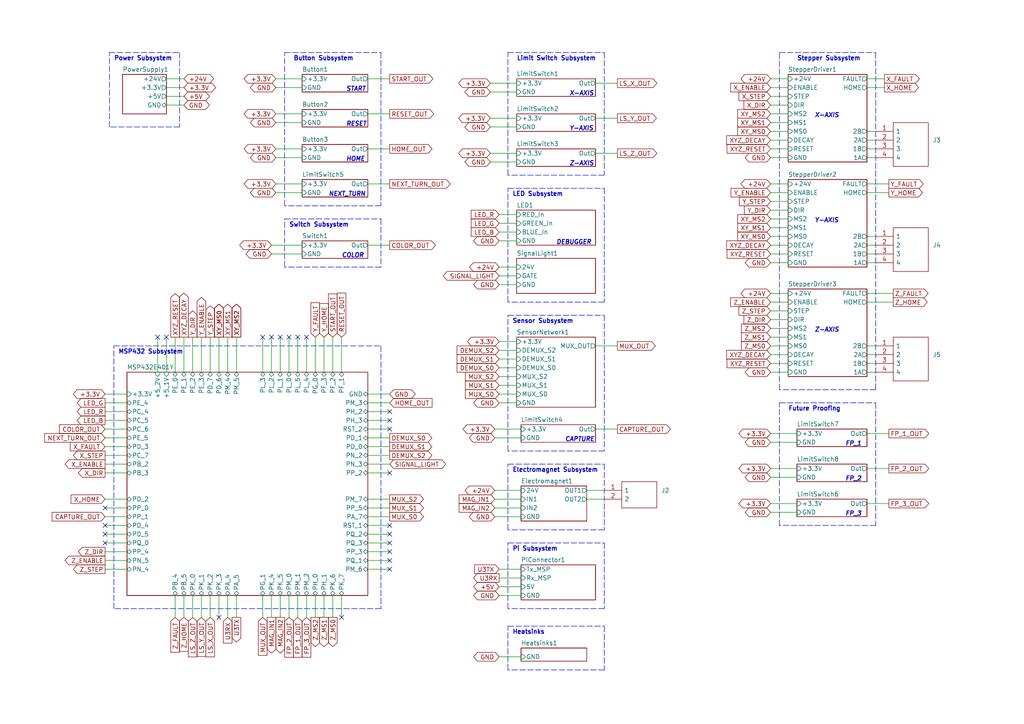
<source format=kicad_sch>
(kicad_sch (version 20211123) (generator eeschema)
  (paper "A4")
  (title_block (title "Main Board: Top Level Schematic") (rev "1") (company "The Great Gambit"))
  (lib_symbols
    (symbol "OQ0212500000G:OQ0212500000G" (pin_names (offset 0.762))
      (property "Reference" "J" (at 16.51 7.62 0))
      (property "Value" "OQ0212500000G" (at 16.51 5.08 0))
      (symbol "OQ0212500000G_0_0"
        (pin passive line (at 0 0 0) (length 5.08) (name "1") (number "1"))
        (pin passive line (at 0 -2.54 0) (length 5.08) (name "2") (number "2"))
      )
      (symbol "OQ0212500000G_0_1"
        (polyline (pts (xy 5.08 2.54) (xy 15.24 2.54) (xy 15.24 -5.08) (xy 5.08 -5.08) (xy 5.08 2.54)) (stroke (width 0.1524)))
      )
    )
    (symbol "OQ0432500000G:OQ0432500000G" (pin_names (offset 0.762))
      (property "Reference" "J" (at 16.51 7.62 0))
      (property "Value" "OQ0432500000G" (at 16.51 5.08 0))
      (symbol "OQ0432500000G_0_0"
        (pin passive line (at 0 0 0) (length 5.08) (name "1") (number "1"))
        (pin passive line (at 0 -2.54 0) (length 5.08) (name "2") (number "2"))
        (pin passive line (at 0 -5.08 0) (length 5.08) (name "3") (number "3"))
        (pin passive line (at 0 -7.62 0) (length 5.08) (name "4") (number "4"))
      )
      (symbol "OQ0432500000G_0_1"
        (polyline (pts (xy 5.08 2.54) (xy 15.24 2.54) (xy 15.24 -10.16) (xy 5.08 -10.16) (xy 5.08 2.54)) (stroke (width 0.1524)))
      )
    )
  )
  (no_connect (at 86.36 97.79))
  (no_connect (at 83.82 97.79))
  (no_connect (at 81.28 97.79))
  (no_connect (at 78.74 97.79))
  (no_connect (at 45.72 97.79))
  (no_connect (at 113.03 137.16))
  (no_connect (at 113.03 154.94))
  (no_connect (at 113.03 157.48))
  (no_connect (at 113.03 160.02))
  (no_connect (at 113.03 121.92))
  (no_connect (at 113.03 119.38))
  (no_connect (at 99.06 179.07))
  (no_connect (at 113.03 152.4))
  (no_connect (at 113.03 124.46))
  (no_connect (at 113.03 165.1))
  (no_connect (at 113.03 162.56))
  (no_connect (at 76.2 97.79))
  (no_connect (at 30.48 154.94))
  (no_connect (at 30.48 152.4))
  (no_connect (at 30.48 157.48))
  (no_connect (at 88.9 97.79))
  (no_connect (at 30.48 147.32))
  (no_connect (at 63.5 179.07))
  (no_connect (at 48.26 97.79))
  (wire (pts (xy 68.58 97.79) (xy 68.58 107.95)))
  (polyline (pts (xy 175.26 50.8) (xy 147.32 50.8)))
  (wire (pts (xy 88.9 172.72) (xy 88.9 179.07)))
  (wire (pts (xy 172.72 44.45) (xy 179.07 44.45)))
  (wire (pts (xy 223.52 53.34) (xy 228.6 53.34)))
  (polyline (pts (xy 33.02 100.33) (xy 110.49 100.33)))
  (polyline (pts (xy 175.26 15.24) (xy 175.26 50.8)))
  (wire (pts (xy 106.68 127) (xy 113.03 127)))
  (polyline (pts (xy 175.26 134.62) (xy 175.26 153.67)))
  (wire (pts (xy 223.52 71.12) (xy 228.6 71.12)))
  (wire (pts (xy 223.52 43.18) (xy 228.6 43.18)))
  (polyline (pts (xy 33.02 176.53) (xy 33.02 100.33)))
  (wire (pts (xy 80.01 22.86) (xy 87.63 22.86)))
  (wire (pts (xy 144.78 101.6) (xy 149.86 101.6)))
  (wire (pts (xy 144.78 190.5) (xy 151.13 190.5)))
  (wire (pts (xy 251.46 105.41) (xy 254 105.41)))
  (wire (pts (xy 30.48 129.54) (xy 36.83 129.54)))
  (polyline (pts (xy 226.06 15.24) (xy 254 15.24)))
  (wire (pts (xy 223.52 60.96) (xy 228.6 60.96)))
  (wire (pts (xy 223.52 73.66) (xy 228.6 73.66)))
  (wire (pts (xy 106.68 132.08) (xy 113.03 132.08)))
  (wire (pts (xy 91.44 172.72) (xy 91.44 179.07)))
  (polyline (pts (xy 31.75 15.24) (xy 52.07 15.24)))
  (wire (pts (xy 144.78 104.14) (xy 149.86 104.14)))
  (polyline (pts (xy 175.26 157.48) (xy 175.26 176.53)))
  (wire (pts (xy 251.46 135.89) (xy 257.81 135.89)))
  (wire (pts (xy 223.52 63.5) (xy 228.6 63.5)))
  (wire (pts (xy 251.46 71.12) (xy 254 71.12)))
  (polyline (pts (xy 147.32 87.63) (xy 147.32 54.61)))
  (wire (pts (xy 48.26 27.94) (xy 53.34 27.94)))
  (wire (pts (xy 106.68 33.02) (xy 113.03 33.02)))
  (wire (pts (xy 106.68 43.18) (xy 113.03 43.18)))
  (wire (pts (xy 106.68 149.86) (xy 113.03 149.86)))
  (wire (pts (xy 251.46 55.88) (xy 257.81 55.88)))
  (polyline (pts (xy 147.32 194.31) (xy 147.32 181.61)))
  (wire (pts (xy 30.48 147.32) (xy 36.83 147.32)))
  (wire (pts (xy 106.68 154.94) (xy 113.03 154.94)))
  (wire (pts (xy 30.48 137.16) (xy 36.83 137.16)))
  (wire (pts (xy 106.68 152.4) (xy 113.03 152.4)))
  (wire (pts (xy 96.52 172.72) (xy 96.52 179.07)))
  (wire (pts (xy 251.46 43.18) (xy 254 43.18)))
  (wire (pts (xy 78.74 172.72) (xy 78.74 179.07)))
  (polyline (pts (xy 147.32 153.67) (xy 147.32 134.62)))
  (wire (pts (xy 30.48 160.02) (xy 36.83 160.02)))
  (wire (pts (xy 223.52 146.05) (xy 231.14 146.05)))
  (wire (pts (xy 223.52 25.4) (xy 228.6 25.4)))
  (polyline (pts (xy 254 113.03) (xy 226.06 113.03)))
  (wire (pts (xy 30.48 121.92) (xy 36.83 121.92)))
  (wire (pts (xy 86.36 97.79) (xy 86.36 107.95)))
  (wire (pts (xy 86.36 172.72) (xy 86.36 179.07)))
  (wire (pts (xy 172.72 34.29) (xy 179.07 34.29)))
  (wire (pts (xy 223.52 135.89) (xy 231.14 135.89)))
  (wire (pts (xy 144.78 116.84) (xy 149.86 116.84)))
  (polyline (pts (xy 175.26 87.63) (xy 147.32 87.63)))
  (wire (pts (xy 30.48 134.62) (xy 36.83 134.62)))
  (polyline (pts (xy 175.26 176.53) (xy 147.32 176.53)))
  (wire (pts (xy 223.52 148.59) (xy 231.14 148.59)))
  (polyline (pts (xy 110.49 63.5) (xy 110.49 77.47)))
  (polyline (pts (xy 147.32 134.62) (xy 175.26 134.62)))
  (wire (pts (xy 251.46 68.58) (xy 254 68.58)))
  (polyline (pts (xy 226.06 116.84) (xy 254 116.84)))
  (wire (pts (xy 50.8 97.79) (xy 50.8 107.95)))
  (wire (pts (xy 251.46 107.95) (xy 254 107.95)))
  (polyline (pts (xy 52.07 36.83) (xy 31.75 36.83)))
  (wire (pts (xy 30.48 144.78) (xy 36.83 144.78)))
  (wire (pts (xy 223.52 55.88) (xy 228.6 55.88)))
  (polyline (pts (xy 147.32 130.81) (xy 147.32 91.44)))
  (wire (pts (xy 30.48 165.1) (xy 36.83 165.1)))
  (wire (pts (xy 144.78 106.68) (xy 149.86 106.68)))
  (wire (pts (xy 223.52 97.79) (xy 228.6 97.79)))
  (wire (pts (xy 106.68 53.34) (xy 113.03 53.34)))
  (wire (pts (xy 223.52 128.27) (xy 231.14 128.27)))
  (wire (pts (xy 106.68 144.78) (xy 113.03 144.78)))
  (polyline (pts (xy 254 152.4) (xy 226.06 152.4)))
  (wire (pts (xy 106.68 121.92) (xy 113.03 121.92)))
  (wire (pts (xy 170.18 144.78) (xy 175.26 144.78)))
  (wire (pts (xy 251.46 87.63) (xy 259.08 87.63)))
  (wire (pts (xy 223.52 138.43) (xy 231.14 138.43)))
  (wire (pts (xy 143.51 124.46) (xy 151.13 124.46)))
  (wire (pts (xy 144.78 111.76) (xy 149.86 111.76)))
  (wire (pts (xy 251.46 146.05) (xy 257.81 146.05)))
  (wire (pts (xy 142.24 34.29) (xy 149.86 34.29)))
  (wire (pts (xy 76.2 172.72) (xy 76.2 179.07)))
  (wire (pts (xy 48.26 30.48) (xy 53.34 30.48)))
  (wire (pts (xy 30.48 124.46) (xy 36.83 124.46)))
  (wire (pts (xy 251.46 45.72) (xy 254 45.72)))
  (wire (pts (xy 106.68 137.16) (xy 113.03 137.16)))
  (wire (pts (xy 142.24 24.13) (xy 149.86 24.13)))
  (wire (pts (xy 144.78 172.72) (xy 151.13 172.72)))
  (wire (pts (xy 30.48 132.08) (xy 36.83 132.08)))
  (wire (pts (xy 66.04 172.72) (xy 66.04 179.07)))
  (wire (pts (xy 251.46 76.2) (xy 254 76.2)))
  (wire (pts (xy 81.28 97.79) (xy 81.28 107.95)))
  (polyline (pts (xy 175.26 130.81) (xy 147.32 130.81)))
  (wire (pts (xy 93.98 172.72) (xy 93.98 179.07)))
  (wire (pts (xy 172.72 24.13) (xy 179.07 24.13)))
  (wire (pts (xy 172.72 124.46) (xy 179.07 124.46)))
  (wire (pts (xy 223.52 38.1) (xy 228.6 38.1)))
  (wire (pts (xy 60.96 97.79) (xy 60.96 107.95)))
  (wire (pts (xy 223.52 22.86) (xy 228.6 22.86)))
  (wire (pts (xy 144.78 167.64) (xy 151.13 167.64)))
  (wire (pts (xy 223.52 66.04) (xy 228.6 66.04)))
  (polyline (pts (xy 175.26 194.31) (xy 147.32 194.31)))
  (wire (pts (xy 53.34 97.79) (xy 53.34 107.95)))
  (polyline (pts (xy 254 116.84) (xy 254 152.4)))
  (wire (pts (xy 143.51 149.86) (xy 151.13 149.86)))
  (wire (pts (xy 142.24 26.67) (xy 149.86 26.67)))
  (wire (pts (xy 48.26 97.79) (xy 48.26 107.95)))
  (polyline (pts (xy 147.32 50.8) (xy 147.32 15.24)))
  (wire (pts (xy 144.78 109.22) (xy 149.86 109.22)))
  (wire (pts (xy 223.52 68.58) (xy 228.6 68.58)))
  (wire (pts (xy 106.68 157.48) (xy 113.03 157.48)))
  (polyline (pts (xy 226.06 152.4) (xy 226.06 116.84)))
  (polyline (pts (xy 110.49 77.47) (xy 82.55 77.47)))
  (wire (pts (xy 68.58 172.72) (xy 68.58 179.07)))
  (wire (pts (xy 30.48 152.4) (xy 36.83 152.4)))
  (polyline (pts (xy 147.32 15.24) (xy 175.26 15.24)))
  (wire (pts (xy 83.82 97.79) (xy 83.82 107.95)))
  (wire (pts (xy 144.78 114.3) (xy 149.86 114.3)))
  (wire (pts (xy 223.52 105.41) (xy 228.6 105.41)))
  (wire (pts (xy 223.52 125.73) (xy 231.14 125.73)))
  (wire (pts (xy 143.51 127) (xy 151.13 127)))
  (wire (pts (xy 60.96 172.72) (xy 60.96 179.07)))
  (polyline (pts (xy 110.49 176.53) (xy 33.02 176.53)))
  (wire (pts (xy 78.74 71.12) (xy 87.63 71.12)))
  (wire (pts (xy 63.5 97.79) (xy 63.5 107.95)))
  (wire (pts (xy 55.88 97.79) (xy 55.88 107.95)))
  (wire (pts (xy 144.78 62.23) (xy 149.86 62.23)))
  (polyline (pts (xy 175.26 54.61) (xy 175.26 87.63)))
  (polyline (pts (xy 52.07 15.24) (xy 52.07 36.83)))
  (wire (pts (xy 223.52 102.87) (xy 228.6 102.87)))
  (wire (pts (xy 80.01 33.02) (xy 87.63 33.02)))
  (polyline (pts (xy 110.49 59.69) (xy 82.55 59.69)))
  (polyline (pts (xy 147.32 157.48) (xy 175.26 157.48)))
  (wire (pts (xy 80.01 53.34) (xy 87.63 53.34)))
  (wire (pts (xy 58.42 97.79) (xy 58.42 107.95)))
  (wire (pts (xy 80.01 55.88) (xy 87.63 55.88)))
  (wire (pts (xy 30.48 114.3) (xy 36.83 114.3)))
  (wire (pts (xy 170.18 142.24) (xy 175.26 142.24)))
  (polyline (pts (xy 82.55 15.24) (xy 110.49 15.24)))
  (wire (pts (xy 106.68 165.1) (xy 113.03 165.1)))
  (wire (pts (xy 143.51 144.78) (xy 151.13 144.78)))
  (polyline (pts (xy 82.55 77.47) (xy 82.55 63.5)))
  (wire (pts (xy 143.51 147.32) (xy 151.13 147.32)))
  (wire (pts (xy 78.74 97.79) (xy 78.74 107.95)))
  (wire (pts (xy 144.78 80.01) (xy 149.86 80.01)))
  (wire (pts (xy 106.68 162.56) (xy 113.03 162.56)))
  (wire (pts (xy 223.52 45.72) (xy 228.6 45.72)))
  (wire (pts (xy 251.46 85.09) (xy 259.08 85.09)))
  (wire (pts (xy 172.72 100.33) (xy 179.07 100.33)))
  (wire (pts (xy 144.78 67.31) (xy 149.86 67.31)))
  (wire (pts (xy 81.28 172.72) (xy 81.28 179.07)))
  (wire (pts (xy 30.48 154.94) (xy 36.83 154.94)))
  (wire (pts (xy 83.82 172.72) (xy 83.82 179.07)))
  (wire (pts (xy 106.68 124.46) (xy 113.03 124.46)))
  (wire (pts (xy 80.01 43.18) (xy 87.63 43.18)))
  (wire (pts (xy 30.48 157.48) (xy 36.83 157.48)))
  (wire (pts (xy 251.46 53.34) (xy 257.81 53.34)))
  (polyline (pts (xy 110.49 100.33) (xy 110.49 176.53)))
  (wire (pts (xy 66.04 97.79) (xy 66.04 107.95)))
  (polyline (pts (xy 31.75 36.83) (xy 31.75 15.24)))
  (polyline (pts (xy 175.26 181.61) (xy 175.26 194.31)))
  (wire (pts (xy 251.46 73.66) (xy 254 73.66)))
  (wire (pts (xy 223.52 33.02) (xy 228.6 33.02)))
  (polyline (pts (xy 175.26 91.44) (xy 175.26 130.81)))
  (wire (pts (xy 106.68 147.32) (xy 113.03 147.32)))
  (wire (pts (xy 143.51 142.24) (xy 151.13 142.24)))
  (wire (pts (xy 55.88 172.72) (xy 55.88 179.07)))
  (polyline (pts (xy 147.32 91.44) (xy 175.26 91.44)))
  (wire (pts (xy 223.52 92.71) (xy 228.6 92.71)))
  (wire (pts (xy 251.46 40.64) (xy 254 40.64)))
  (wire (pts (xy 223.52 58.42) (xy 228.6 58.42)))
  (polyline (pts (xy 175.26 153.67) (xy 147.32 153.67)))
  (wire (pts (xy 93.98 97.79) (xy 93.98 107.95)))
  (polyline (pts (xy 147.32 176.53) (xy 147.32 157.48)))
  (wire (pts (xy 48.26 22.86) (xy 53.34 22.86)))
  (wire (pts (xy 99.06 172.72) (xy 99.06 179.07)))
  (wire (pts (xy 144.78 170.18) (xy 151.13 170.18)))
  (wire (pts (xy 91.44 97.79) (xy 91.44 107.95)))
  (wire (pts (xy 50.8 172.72) (xy 50.8 179.07)))
  (polyline (pts (xy 82.55 59.69) (xy 82.55 15.24)))
  (wire (pts (xy 106.68 22.86) (xy 113.03 22.86)))
  (wire (pts (xy 45.72 97.79) (xy 45.72 107.95)))
  (wire (pts (xy 223.52 85.09) (xy 228.6 85.09)))
  (wire (pts (xy 106.68 129.54) (xy 113.03 129.54)))
  (wire (pts (xy 144.78 82.55) (xy 149.86 82.55)))
  (wire (pts (xy 106.68 119.38) (xy 113.03 119.38)))
  (wire (pts (xy 99.06 97.79) (xy 99.06 107.95)))
  (wire (pts (xy 144.78 99.06) (xy 149.86 99.06)))
  (wire (pts (xy 223.52 95.25) (xy 228.6 95.25)))
  (wire (pts (xy 106.68 114.3) (xy 113.03 114.3)))
  (wire (pts (xy 223.52 107.95) (xy 228.6 107.95)))
  (wire (pts (xy 251.46 100.33) (xy 254 100.33)))
  (wire (pts (xy 48.26 25.4) (xy 53.34 25.4)))
  (wire (pts (xy 96.52 97.79) (xy 96.52 107.95)))
  (polyline (pts (xy 226.06 113.03) (xy 226.06 15.24)))
  (wire (pts (xy 223.52 87.63) (xy 228.6 87.63)))
  (wire (pts (xy 144.78 64.77) (xy 149.86 64.77)))
  (wire (pts (xy 30.48 119.38) (xy 36.83 119.38)))
  (wire (pts (xy 30.48 116.84) (xy 36.83 116.84)))
  (wire (pts (xy 223.52 30.48) (xy 228.6 30.48)))
  (wire (pts (xy 63.5 172.72) (xy 63.5 179.07)))
  (wire (pts (xy 30.48 149.86) (xy 36.83 149.86)))
  (wire (pts (xy 30.48 162.56) (xy 36.83 162.56)))
  (wire (pts (xy 223.52 27.94) (xy 228.6 27.94)))
  (wire (pts (xy 142.24 44.45) (xy 149.86 44.45)))
  (wire (pts (xy 223.52 100.33) (xy 228.6 100.33)))
  (wire (pts (xy 223.52 35.56) (xy 228.6 35.56)))
  (wire (pts (xy 251.46 38.1) (xy 254 38.1)))
  (wire (pts (xy 251.46 102.87) (xy 254 102.87)))
  (polyline (pts (xy 147.32 181.61) (xy 175.26 181.61)))
  (wire (pts (xy 80.01 45.72) (xy 87.63 45.72)))
  (wire (pts (xy 142.24 36.83) (xy 149.86 36.83)))
  (wire (pts (xy 53.34 172.72) (xy 53.34 179.07)))
  (wire (pts (xy 144.78 77.47) (xy 149.86 77.47)))
  (wire (pts (xy 80.01 25.4) (xy 87.63 25.4)))
  (wire (pts (xy 58.42 172.72) (xy 58.42 179.07)))
  (wire (pts (xy 223.52 76.2) (xy 228.6 76.2)))
  (wire (pts (xy 144.78 69.85) (xy 149.86 69.85)))
  (wire (pts (xy 106.68 134.62) (xy 113.03 134.62)))
  (wire (pts (xy 106.68 71.12) (xy 113.03 71.12)))
  (wire (pts (xy 251.46 125.73) (xy 257.81 125.73)))
  (wire (pts (xy 223.52 40.64) (xy 228.6 40.64)))
  (polyline (pts (xy 254 15.24) (xy 254 113.03)))
  (wire (pts (xy 251.46 22.86) (xy 256.54 22.86)))
  (wire (pts (xy 106.68 116.84) (xy 113.03 116.84)))
  (wire (pts (xy 223.52 90.17) (xy 228.6 90.17)))
  (wire (pts (xy 76.2 97.79) (xy 76.2 107.95)))
  (wire (pts (xy 251.46 25.4) (xy 256.54 25.4)))
  (wire (pts (xy 144.78 165.1) (xy 151.13 165.1)))
  (polyline (pts (xy 147.32 54.61) (xy 175.26 54.61)))
  (polyline (pts (xy 82.55 63.5) (xy 110.49 63.5)))
  (wire (pts (xy 30.48 127) (xy 36.83 127)))
  (polyline (pts (xy 110.49 15.24) (xy 110.49 59.69)))
  (wire (pts (xy 88.9 97.79) (xy 88.9 107.95)))
  (wire (pts (xy 142.24 46.99) (xy 149.86 46.99)))
  (wire (pts (xy 78.74 73.66) (xy 87.63 73.66)))
  (wire (pts (xy 106.68 160.02) (xy 113.03 160.02)))
  (wire (pts (xy 80.01 35.56) (xy 87.63 35.56)))
  (text "COLOR" (at 99.06 74.93 0) (effects (font (size 1.27 1.27) (thickness 0.254) bold italic) (justify left bottom)))
  (text "Y-AXIS" (at 236.22 64.77 0) (effects (font (size 1.27 1.27) (thickness 0.254) bold italic) (justify left bottom)))
  (text "Future Proofing" (at 228.6 119.38 0) (effects (font (size 1.27 1.27) (thickness 0.254) bold) (justify left bottom)))
  (text "FP_1" (at 245.11 129.54 0) (effects (font (size 1.27 1.27) (thickness 0.254) bold italic) (justify left bottom)))
  (text "NEXT_TURN" (at 95.25 57.15 0) (effects (font (size 1.27 1.27) (thickness 0.254) bold italic) (justify left bottom)))
  (text "Z-AXIS" (at 165.1 48.26 0) (effects (font (size 1.27 1.27) (thickness 0.254) bold italic) (justify left bottom)))
  (text "START\n" (at 100.33 26.67 0) (effects (font (size 1.27 1.27) (thickness 0.254) bold italic) (justify left bottom)))
  (text "Z-AXIS" (at 236.22 96.52 0) (effects (font (size 1.27 1.27) (thickness 0.254) bold italic) (justify left bottom)))
  (text "RESET" (at 100.33 36.83 0) (effects (font (size 1.27 1.27) (thickness 0.254) bold italic) (justify left bottom)))
  (text "Y-AXIS" (at 165.1 38.1 0) (effects (font (size 1.27 1.27) (thickness 0.254) bold italic) (justify left bottom)))
  (text "FP_2" (at 245.11 139.7 0) (effects (font (size 1.27 1.27) (thickness 0.254) bold italic) (justify left bottom)))
  (text "Electromagnet Subsystem" (at 148.59 137.16 0) (effects (font (size 1.27 1.27) (thickness 0.254) bold) (justify left bottom)))
  (text "Pi Subsystem" (at 148.59 160.02 0) (effects (font (size 1.27 1.27) (thickness 0.254) bold) (justify left bottom)))
  (text "X-AXIS" (at 165.1 27.94 0) (effects (font (size 1.27 1.27) (thickness 0.254) bold italic) (justify left bottom)))
  (text "Stepper Subsystem" (at 231.14 17.78 0) (effects (font (size 1.27 1.27) (thickness 0.254) bold) (justify left bottom)))
  (text "Switch Subsystem" (at 83.82 66.04 0) (effects (font (size 1.27 1.27) (thickness 0.254) bold) (justify left bottom)))
  (text "DEBUGGER" (at 161.29 71.12 0) (effects (font (size 1.27 1.27) bold italic) (justify left bottom)))
  (text "Sensor Subsystem" (at 148.59 93.98 0) (effects (font (size 1.27 1.27) (thickness 0.254) bold) (justify left bottom)))
  (text "Limit Switch Subsystem" (at 149.86 17.78 0) (effects (font (size 1.27 1.27) (thickness 0.254) bold) (justify left bottom)))
  (text "HOME" (at 100.33 46.99 0) (effects (font (size 1.27 1.27) (thickness 0.254) bold italic) (justify left bottom)))
  (text "FP_3" (at 245.11 149.86 0) (effects (font (size 1.27 1.27) (thickness 0.254) bold italic) (justify left bottom)))
  (text "LED Subsystem" (at 148.59 57.15 0) (effects (font (size 1.27 1.27) (thickness 0.254) bold) (justify left bottom)))
  (text "Power Subsystem" (at 33.02 17.78 0) (effects (font (size 1.27 1.27) (thickness 0.254) bold) (justify left bottom)))
  (text "CAPTURE" (at 163.83 128.27 0) (effects (font (size 1.27 1.27) (thickness 0.254) bold italic) (justify left bottom)))
  (text "Heatsinks" (at 148.59 184.15 0) (effects (font (size 1.27 1.27) (thickness 0.254) bold) (justify left bottom)))
  (text "MSP432 Subsystem\n" (at 34.29 102.87 0) (effects (font (size 1.27 1.27) (thickness 0.254) bold) (justify left bottom)))
  (text "Button Subsystem" (at 85.09 17.78 0) (effects (font (size 1.27 1.27) (thickness 0.254) bold) (justify left bottom)))
  (text "X-AXIS" (at 236.22 34.29 0) (effects (font (size 1.27 1.27) (thickness 0.254) bold italic) (justify left bottom)))
  (global_label "GND" (shape bidirectional) (at 223.52 148.59 180) (property "Intersheet References" "${INTERSHEET_REFS}" (effects hide)))
  (global_label "+3.3V" (shape bidirectional) (at 80.01 53.34 180) (property "Intersheet References" "${INTERSHEET_REFS}" (effects hide)))
  (global_label "SIGNAL_LIGHT" (shape bidirectional) (at 144.78 80.01 180) (property "Intersheet References" "${INTERSHEET_REFS}" (effects hide)))
  (global_label "GND" (shape bidirectional) (at 144.78 69.85 180) (property "Intersheet References" "${INTERSHEET_REFS}" (effects hide)))
  (global_label "FP_1_OUT" (shape output) (at 257.81 125.73 0) (property "Intersheet References" "${INTERSHEET_REFS}" (effects hide)))
  (global_label "XYZ_RESET" (shape input) (at 223.52 105.41 180) (property "Intersheet References" "${INTERSHEET_REFS}" (effects hide)))
  (global_label "Y_STEP" (shape input) (at 223.52 58.42 180) (property "Intersheet References" "${INTERSHEET_REFS}" (effects hide)))
  (global_label "+24V" (shape bidirectional) (at 223.52 53.34 180) (property "Intersheet References" "${INTERSHEET_REFS}" (effects hide)))
  (global_label "+24V" (shape bidirectional) (at 144.78 77.47 180) (property "Intersheet References" "${INTERSHEET_REFS}" (effects hide)))
  (global_label "GND" (shape bidirectional) (at 80.01 25.4 180) (property "Intersheet References" "${INTERSHEET_REFS}" (effects hide)))
  (global_label "FP_1_OUT" (shape input) (at 86.36 179.07 270) (property "Intersheet References" "${INTERSHEET_REFS}" (effects hide)))
  (global_label "+24V" (shape bidirectional) (at 53.34 22.86 0) (property "Intersheet References" "${INTERSHEET_REFS}" (effects hide)))
  (global_label "+24V" (shape bidirectional) (at 223.52 22.86 180) (property "Intersheet References" "${INTERSHEET_REFS}" (effects hide)))
  (global_label "Z_MS2" (shape input) (at 223.52 95.25 180) (property "Intersheet References" "${INTERSHEET_REFS}" (effects hide)))
  (global_label "Z_MS1" (shape input) (at 223.52 97.79 180) (property "Intersheet References" "${INTERSHEET_REFS}" (effects hide)))
  (global_label "Y_DIR" (shape output) (at 55.88 97.79 90) (property "Intersheet References" "${INTERSHEET_REFS}" (effects hide)))
  (global_label "GND" (shape bidirectional) (at 143.51 127 180) (property "Intersheet References" "${INTERSHEET_REFS}" (effects hide)))
  (global_label "LS_X_OUT" (shape output) (at 179.07 24.13 0) (property "Intersheet References" "${INTERSHEET_REFS}" (effects hide)))
  (global_label "U3TX" (shape output) (at 68.58 179.07 270) (property "Intersheet References" "${INTERSHEET_REFS}" (effects hide)))
  (global_label "GND" (shape bidirectional) (at 142.24 26.67 180) (property "Intersheet References" "${INTERSHEET_REFS}" (effects hide)))
  (global_label "+3.3V" (shape bidirectional) (at 142.24 44.45 180) (property "Intersheet References" "${INTERSHEET_REFS}" (effects hide)))
  (global_label "XY_MS0" (shape output) (at 63.5 97.79 90) (property "Intersheet References" "${INTERSHEET_REFS}" (effects hide)))
  (global_label "LED_R" (shape input) (at 144.78 62.23 180) (property "Intersheet References" "${INTERSHEET_REFS}" (effects hide)))
  (global_label "GND" (shape bidirectional) (at 80.01 45.72 180) (property "Intersheet References" "${INTERSHEET_REFS}" (effects hide)))
  (global_label "Z_ENABLE" (shape output) (at 30.48 162.56 180) (property "Intersheet References" "${INTERSHEET_REFS}" (effects hide)))
  (global_label "XYZ_DECAY" (shape output) (at 53.34 97.79 90) (property "Intersheet References" "${INTERSHEET_REFS}" (effects hide)))
  (global_label "LED_R" (shape output) (at 30.48 119.38 180) (property "Intersheet References" "${INTERSHEET_REFS}" (effects hide)))
  (global_label "XYZ_DECAY" (shape input) (at 223.52 102.87 180) (property "Intersheet References" "${INTERSHEET_REFS}" (effects hide)))
  (global_label "DEMUX_S2" (shape output) (at 113.03 132.08 0) (property "Intersheet References" "${INTERSHEET_REFS}" (effects hide)))
  (global_label "CAPTURE_OUT" (shape input) (at 30.48 149.86 180) (property "Intersheet References" "${INTERSHEET_REFS}" (effects hide)))
  (global_label "Z_MS1" (shape output) (at 93.98 179.07 270) (property "Intersheet References" "${INTERSHEET_REFS}" (effects hide)))
  (global_label "Z_FAULT" (shape input) (at 50.8 179.07 270) (property "Intersheet References" "${INTERSHEET_REFS}" (effects hide)))
  (global_label "GND" (shape bidirectional) (at 113.03 114.3 0) (property "Intersheet References" "${INTERSHEET_REFS}" (effects hide)))
  (global_label "XY_MS0" (shape output) (at 63.5 97.79 90) (property "Intersheet References" "${INTERSHEET_REFS}" (effects hide)))
  (global_label "Y_DIR" (shape input) (at 223.52 60.96 180) (property "Intersheet References" "${INTERSHEET_REFS}" (effects hide)))
  (global_label "MAG_IN2" (shape output) (at 81.28 179.07 270) (property "Intersheet References" "${INTERSHEET_REFS}" (effects hide)))
  (global_label "LS_Y_OUT" (shape output) (at 179.07 34.29 0) (property "Intersheet References" "${INTERSHEET_REFS}" (effects hide)))
  (global_label "XYZ_DECAY" (shape input) (at 223.52 71.12 180) (property "Intersheet References" "${INTERSHEET_REFS}" (effects hide)))
  (global_label "X_DIR" (shape output) (at 30.48 137.16 180) (property "Intersheet References" "${INTERSHEET_REFS}" (effects hide)))
  (global_label "LED_G" (shape input) (at 144.78 64.77 180) (property "Intersheet References" "${INTERSHEET_REFS}" (effects hide)))
  (global_label "+3.3V" (shape bidirectional) (at 80.01 33.02 180) (property "Intersheet References" "${INTERSHEET_REFS}" (effects hide)))
  (global_label "+3.3V" (shape bidirectional) (at 223.52 146.05 180) (property "Intersheet References" "${INTERSHEET_REFS}" (effects hide)))
  (global_label "Z_STEP" (shape output) (at 30.48 165.1 180) (property "Intersheet References" "${INTERSHEET_REFS}" (effects hide)))
  (global_label "MUX_S0" (shape output) (at 113.03 149.86 0) (property "Intersheet References" "${INTERSHEET_REFS}" (effects hide)))
  (global_label "MUX_OUT" (shape input) (at 76.2 179.07 270) (property "Intersheet References" "${INTERSHEET_REFS}" (effects hide)))
  (global_label "XY_MS2" (shape input) (at 223.52 33.02 180) (property "Intersheet References" "${INTERSHEET_REFS}" (effects hide)))
  (global_label "+24V" (shape bidirectional) (at 143.51 142.24 180) (property "Intersheet References" "${INTERSHEET_REFS}" (effects hide)))
  (global_label "Y_STEP" (shape output) (at 60.96 97.79 90) (property "Intersheet References" "${INTERSHEET_REFS}" (effects hide)))
  (global_label "XY_MS0" (shape input) (at 223.52 38.1 180) (property "Intersheet References" "${INTERSHEET_REFS}" (effects hide)))
  (global_label "XY_MS2" (shape output) (at 68.58 97.79 90) (property "Intersheet References" "${INTERSHEET_REFS}" (effects hide)))
  (global_label "GND" (shape bidirectional) (at 223.52 138.43 180) (property "Intersheet References" "${INTERSHEET_REFS}" (effects hide)))
  (global_label "MAG_IN1" (shape output) (at 78.74 179.07 270) (property "Intersheet References" "${INTERSHEET_REFS}" (effects hide)))
  (global_label "MUX_S2" (shape input) (at 144.78 109.22 180) (property "Intersheet References" "${INTERSHEET_REFS}" (effects hide)))
  (global_label "X_HOME" (shape input) (at 30.48 144.78 180) (property "Intersheet References" "${INTERSHEET_REFS}" (effects hide)))
  (global_label "LS_Z_OUT" (shape input) (at 55.88 179.07 270) (property "Intersheet References" "${INTERSHEET_REFS}" (effects hide)))
  (global_label "Y_FAULT" (shape output) (at 257.81 53.34 0) (property "Intersheet References" "${INTERSHEET_REFS}" (effects hide)))
  (global_label "GND" (shape bidirectional) (at 142.24 46.99 180) (property "Intersheet References" "${INTERSHEET_REFS}" (effects hide)))
  (global_label "Y_HOME" (shape output) (at 257.81 55.88 0) (property "Intersheet References" "${INTERSHEET_REFS}" (effects hide)))
  (global_label "XY_MS1" (shape input) (at 223.52 66.04 180) (property "Intersheet References" "${INTERSHEET_REFS}" (effects hide)))
  (global_label "GND" (shape bidirectional) (at 223.52 45.72 180) (property "Intersheet References" "${INTERSHEET_REFS}" (effects hide)))
  (global_label "XY_MS0" (shape input) (at 223.52 68.58 180) (property "Intersheet References" "${INTERSHEET_REFS}" (effects hide)))
  (global_label "NEXT_TURN_OUT" (shape output) (at 113.03 53.34 0) (property "Intersheet References" "${INTERSHEET_REFS}" (effects hide)))
  (global_label "+5V" (shape bidirectional) (at 53.34 27.94 0) (property "Intersheet References" "${INTERSHEET_REFS}" (effects hide)))
  (global_label "NEXT_TURN_OUT" (shape input) (at 30.48 127 180) (property "Intersheet References" "${INTERSHEET_REFS}" (effects hide)))
  (global_label "XYZ_RESET" (shape input) (at 223.52 43.18 180) (property "Intersheet References" "${INTERSHEET_REFS}" (effects hide)))
  (global_label "Z_DIR" (shape output) (at 30.48 160.02 180) (property "Intersheet References" "${INTERSHEET_REFS}" (effects hide)))
  (global_label "XYZ_RESET" (shape input) (at 223.52 73.66 180) (property "Intersheet References" "${INTERSHEET_REFS}" (effects hide)))
  (global_label "U3TX" (shape input) (at 144.78 165.1 180) (property "Intersheet References" "${INTERSHEET_REFS}" (effects hide)))
  (global_label "Z_HOME" (shape input) (at 53.34 179.07 270) (property "Intersheet References" "${INTERSHEET_REFS}" (effects hide)))
  (global_label "+3.3V" (shape bidirectional) (at 144.78 99.06 180) (property "Intersheet References" "${INTERSHEET_REFS}" (effects hide)))
  (global_label "GND" (shape bidirectional) (at 80.01 35.56 180) (property "Intersheet References" "${INTERSHEET_REFS}" (effects hide)))
  (global_label "XY_MS1" (shape output) (at 66.04 97.79 90) (property "Intersheet References" "${INTERSHEET_REFS}" (effects hide)))
  (global_label "HOME_OUT" (shape output) (at 113.03 43.18 0) (property "Intersheet References" "${INTERSHEET_REFS}" (effects hide)))
  (global_label "DEMUX_S2" (shape input) (at 144.78 101.6 180) (property "Intersheet References" "${INTERSHEET_REFS}" (effects hide)))
  (global_label "+3.3V" (shape bidirectional) (at 223.52 135.89 180) (property "Intersheet References" "${INTERSHEET_REFS}" (effects hide)))
  (global_label "Z_DIR" (shape input) (at 223.52 92.71 180) (property "Intersheet References" "${INTERSHEET_REFS}" (effects hide)))
  (global_label "LED_B" (shape output) (at 30.48 121.92 180) (property "Intersheet References" "${INTERSHEET_REFS}" (effects hide)))
  (global_label "MAG_IN1" (shape input) (at 143.51 144.78 180) (property "Intersheet References" "${INTERSHEET_REFS}" (effects hide)))
  (global_label "XY_MS1" (shape input) (at 223.52 35.56 180) (property "Intersheet References" "${INTERSHEET_REFS}" (effects hide)))
  (global_label "COLOR_OUT" (shape output) (at 113.03 71.12 0) (property "Intersheet References" "${INTERSHEET_REFS}" (effects hide)))
  (global_label "GND" (shape bidirectional) (at 53.34 30.48 0) (property "Intersheet References" "${INTERSHEET_REFS}" (effects hide)))
  (global_label "DEMUX_S1" (shape output) (at 113.03 129.54 0) (property "Intersheet References" "${INTERSHEET_REFS}" (effects hide)))
  (global_label "RESET_OUT" (shape input) (at 99.06 97.79 90) (property "Intersheet References" "${INTERSHEET_REFS}" (effects hide)))
  (global_label "Z_MS0" (shape input) (at 223.52 100.33 180) (property "Intersheet References" "${INTERSHEET_REFS}" (effects hide)))
  (global_label "+3.3V" (shape bidirectional) (at 80.01 43.18 180) (property "Intersheet References" "${INTERSHEET_REFS}" (effects hide)))
  (global_label "MUX_S1" (shape input) (at 144.78 111.76 180) (property "Intersheet References" "${INTERSHEET_REFS}" (effects hide)))
  (global_label "LS_X_OUT" (shape input) (at 60.96 179.07 270) (property "Intersheet References" "${INTERSHEET_REFS}" (effects hide)))
  (global_label "MAG_IN2" (shape input) (at 143.51 147.32 180) (property "Intersheet References" "${INTERSHEET_REFS}" (effects hide)))
  (global_label "+3.3V" (shape bidirectional) (at 142.24 24.13 180) (property "Intersheet References" "${INTERSHEET_REFS}" (effects hide)))
  (global_label "GND" (shape bidirectional) (at 80.01 55.88 180) (property "Intersheet References" "${INTERSHEET_REFS}" (effects hide)))
  (global_label "MUX_S0" (shape input) (at 144.78 114.3 180) (property "Intersheet References" "${INTERSHEET_REFS}" (effects hide)))
  (global_label "GND" (shape bidirectional) (at 144.78 190.5 180) (property "Intersheet References" "${INTERSHEET_REFS}" (effects hide)))
  (global_label "GND" (shape bidirectional) (at 144.78 172.72 180) (property "Intersheet References" "${INTERSHEET_REFS}" (effects hide)))
  (global_label "XYZ_DECAY" (shape input) (at 223.52 40.64 180) (property "Intersheet References" "${INTERSHEET_REFS}" (effects hide)))
  (global_label "MUX_OUT" (shape output) (at 179.07 100.33 0) (property "Intersheet References" "${INTERSHEET_REFS}" (effects hide)))
  (global_label "GND" (shape bidirectional) (at 144.78 116.84 180) (property "Intersheet References" "${INTERSHEET_REFS}" (effects hide)))
  (global_label "+24V" (shape bidirectional) (at 223.52 85.09 180) (property "Intersheet References" "${INTERSHEET_REFS}" (effects hide)))
  (global_label "X_ENABLE" (shape output) (at 30.48 134.62 180) (property "Intersheet References" "${INTERSHEET_REFS}" (effects hide)))
  (global_label "Z_STEP" (shape input) (at 223.52 90.17 180) (property "Intersheet References" "${INTERSHEET_REFS}" (effects hide)))
  (global_label "+3.3V" (shape bidirectional) (at 80.01 22.86 180) (property "Intersheet References" "${INTERSHEET_REFS}" (effects hide)))
  (global_label "GND" (shape bidirectional) (at 142.24 36.83 180) (property "Intersheet References" "${INTERSHEET_REFS}" (effects hide)))
  (global_label "LS_Z_OUT" (shape output) (at 179.07 44.45 0) (property "Intersheet References" "${INTERSHEET_REFS}" (effects hide)))
  (global_label "DEMUX_S0" (shape input) (at 144.78 106.68 180) (property "Intersheet References" "${INTERSHEET_REFS}" (effects hide)))
  (global_label "Y_FAULT" (shape input) (at 91.44 97.79 90) (property "Intersheet References" "${INTERSHEET_REFS}" (effects hide)))
  (global_label "FP_3_OUT" (shape output) (at 257.81 146.05 0) (property "Intersheet References" "${INTERSHEET_REFS}" (effects hide)))
  (global_label "LS_Y_OUT" (shape input) (at 58.42 179.07 270) (property "Intersheet References" "${INTERSHEET_REFS}" (effects hide)))
  (global_label "CAPTURE_OUT" (shape output) (at 179.07 124.46 0) (property "Intersheet References" "${INTERSHEET_REFS}" (effects hide)))
  (global_label "LED_B" (shape input) (at 144.78 67.31 180) (property "Intersheet References" "${INTERSHEET_REFS}" (effects hide)))
  (global_label "+5V" (shape bidirectional) (at 144.78 170.18 180) (property "Intersheet References" "${INTERSHEET_REFS}" (effects hide)))
  (global_label "U3RX" (shape output) (at 144.78 167.64 180) (property "Intersheet References" "${INTERSHEET_REFS}" (effects hide)))
  (global_label "COLOR_OUT" (shape input) (at 30.48 124.46 180) (property "Intersheet References" "${INTERSHEET_REFS}" (effects hide)))
  (global_label "FP_3_OUT" (shape input) (at 88.9 179.07 270) (property "Intersheet References" "${INTERSHEET_REFS}" (effects hide)))
  (global_label "Y_ENABLE" (shape input) (at 223.52 55.88 180) (property "Intersheet References" "${INTERSHEET_REFS}" (effects hide)))
  (global_label "Z_FAULT" (shape output) (at 259.08 85.09 0) (property "Intersheet References" "${INTERSHEET_REFS}" (effects hide)))
  (global_label "HOME_OUT" (shape input) (at 113.03 116.84 0) (property "Intersheet References" "${INTERSHEET_REFS}" (effects hide)))
  (global_label "Z_MS2" (shape output) (at 91.44 179.07 270) (property "Intersheet References" "${INTERSHEET_REFS}" (effects hide)))
  (global_label "GND" (shape bidirectional) (at 223.52 76.2 180) (property "Intersheet References" "${INTERSHEET_REFS}" (effects hide)))
  (global_label "Z_MS0" (shape output) (at 96.52 179.07 270) (property "Intersheet References" "${INTERSHEET_REFS}" (effects hide)))
  (global_label "Y_ENABLE" (shape output) (at 58.42 97.79 90) (property "Intersheet References" "${INTERSHEET_REFS}" (effects hide)))
  (global_label "GND" (shape bidirectional) (at 78.74 73.66 180) (property "Intersheet References" "${INTERSHEET_REFS}" (effects hide)))
  (global_label "Y_HOME" (shape input) (at 93.98 97.79 90) (property "Intersheet References" "${INTERSHEET_REFS}" (effects hide)))
  (global_label "X_HOME" (shape output) (at 256.54 25.4 0) (property "Intersheet References" "${INTERSHEET_REFS}" (effects hide)))
  (global_label "X_STEP" (shape input) (at 223.52 27.94 180) (property "Intersheet References" "${INTERSHEET_REFS}" (effects hide)))
  (global_label "MUX_S1" (shape output) (at 113.03 147.32 0) (property "Intersheet References" "${INTERSHEET_REFS}" (effects hide)))
  (global_label "X_FAULT" (shape input) (at 30.48 129.54 180) (property "Intersheet References" "${INTERSHEET_REFS}" (effects hide)))
  (global_label "+3.3V" (shape bidirectional) (at 30.48 114.3 180) (property "Intersheet References" "${INTERSHEET_REFS}" (effects hide)))
  (global_label "DEMUX_S0" (shape output) (at 113.03 127 0) (property "Intersheet References" "${INTERSHEET_REFS}" (effects hide)))
  (global_label "XY_MS2" (shape input) (at 223.52 63.5 180) (property "Intersheet References" "${INTERSHEET_REFS}" (effects hide)))
  (global_label "START_OUT" (shape input) (at 96.52 97.79 90) (property "Intersheet References" "${INTERSHEET_REFS}" (effects hide)))
  (global_label "GND" (shape bidirectional) (at 223.52 107.95 180) (property "Intersheet References" "${INTERSHEET_REFS}" (effects hide)))
  (global_label "XY_MS2" (shape output) (at 68.58 97.79 90) (property "Intersheet References" "${INTERSHEET_REFS}" (effects hide)))
  (global_label "FP_2_OUT" (shape output) (at 257.81 135.89 0) (property "Intersheet References" "${INTERSHEET_REFS}" (effects hide)))
  (global_label "GND" (shape bidirectional) (at 223.52 128.27 180) (property "Intersheet References" "${INTERSHEET_REFS}" (effects hide)))
  (global_label "XYZ_RESET" (shape output) (at 50.8 97.79 90) (property "Intersheet References" "${INTERSHEET_REFS}" (effects hide)))
  (global_label "GND" (shape bidirectional) (at 143.51 149.86 180) (property "Intersheet References" "${INTERSHEET_REFS}" (effects hide)))
  (global_label "+3.3V" (shape bidirectional) (at 143.51 124.46 180) (property "Intersheet References" "${INTERSHEET_REFS}" (effects hide)))
  (global_label "X_ENABLE" (shape input) (at 223.52 25.4 180) (property "Intersheet References" "${INTERSHEET_REFS}" (effects hide)))
  (global_label "Z_ENABLE" (shape input) (at 223.52 87.63 180) (property "Intersheet References" "${INTERSHEET_REFS}" (effects hide)))
  (global_label "RESET_OUT" (shape output) (at 113.03 33.02 0) (property "Intersheet References" "${INTERSHEET_REFS}" (effects hide)))
  (global_label "+3.3V" (shape bidirectional) (at 78.74 71.12 180) (property "Intersheet References" "${INTERSHEET_REFS}" (effects hide)))
  (global_label "MUX_S2" (shape output) (at 113.03 144.78 0) (property "Intersheet References" "${INTERSHEET_REFS}" (effects hide)))
  (global_label "U3RX" (shape input) (at 66.04 179.07 270) (property "Intersheet References" "${INTERSHEET_REFS}" (effects hide)))
  (global_label "GND" (shape bidirectional) (at 144.78 82.55 180) (property "Intersheet References" "${INTERSHEET_REFS}" (effects hide)))
  (global_label "START_OUT" (shape output) (at 113.03 22.86 0) (property "Intersheet References" "${INTERSHEET_REFS}" (effects hide)))
  (global_label "+3.3V" (shape bidirectional) (at 142.24 34.29 180) (property "Intersheet References" "${INTERSHEET_REFS}" (effects hide)))
  (global_label "LED_G" (shape output) (at 30.48 116.84 180) (property "Intersheet References" "${INTERSHEET_REFS}" (effects hide)))
  (global_label "X_FAULT" (shape output) (at 256.54 22.86 0) (property "Intersheet References" "${INTERSHEET_REFS}" (effects hide)))
  (global_label "X_STEP" (shape output) (at 30.48 132.08 180) (property "Intersheet References" "${INTERSHEET_REFS}" (effects hide)))
  (global_label "DEMUX_S1" (shape input) (at 144.78 104.14 180) (property "Intersheet References" "${INTERSHEET_REFS}" (effects hide)))
  (global_label "Z_HOME" (shape output) (at 259.08 87.63 0) (property "Intersheet References" "${INTERSHEET_REFS}" (effects hide)))
  (global_label "SIGNAL_LIGHT" (shape bidirectional) (at 113.03 134.62 0) (property "Intersheet References" "${INTERSHEET_REFS}" (effects hide)))
  (global_label "+3.3V" (shape bidirectional) (at 223.52 125.73 180) (property "Intersheet References" "${INTERSHEET_REFS}" (effects hide)))
  (global_label "FP_2_OUT" (shape input) (at 83.82 179.07 270) (property "Intersheet References" "${INTERSHEET_REFS}" (effects hide)))
  (global_label "X_DIR" (shape input) (at 223.52 30.48 180) (property "Intersheet References" "${INTERSHEET_REFS}" (effects hide)))
  (global_label "+3.3V" (shape bidirectional) (at 53.34 25.4 0) (property "Intersheet References" "${INTERSHEET_REFS}" (effects hide)))
  (symbol (lib_id "OQ0432500000G:OQ0432500000G") (at 254 100.33 0) (unit 1)
    (property "Reference" "J5" (at 270.51 102.8699 0) (effects (justify left)))
    (property "Value" "OQ0432500000G" (effects hide))
    (property "Footprint" "OQ0432500000G:RHDR4W80P0X381_1X4_1540X700X920P" (effects hide))
    (property "Datasheet" "https://www.mouser.com/datasheet/2/18/1/Msay_ptCL4tp-1379199.pdf" (effects hide))
    (property "Mouser Part Number" "649-220107-D041A01LF" (effects hide))
    (property "Digikey Part Number" "609-3810-ND" (effects hide))
    (property "Digikey Link" "https://www.digikey.com/en/products/detail/amphenol-anytek/OQ0432500000G/2261265" (effects hide))
    (property "Mouser Link" "https://www.mouser.com/ProductDetail/Amphenol-Anytek/OQ0432500000G?qs=Mv7BduZupUhaPicvo3xrhg%3D%3D" (effects hide))
    (property "Manufacturer's Part Number" "OQ0432500000G" (effects hide))
  )
  (symbol (lib_id "OQ0432500000G:OQ0432500000G") (at 254 38.1 0) (unit 1)
    (property "Reference" "J3" (at 270.51 40.6399 0) (effects (justify left)))
    (property "Value" "OQ0432500000G" (effects hide))
    (property "Footprint" "OQ0432500000G:RHDR4W80P0X381_1X4_1540X700X920P" (effects hide))
    (property "Datasheet" "https://www.mouser.com/datasheet/2/18/1/Msay_ptCL4tp-1379199.pdf" (effects hide))
    (property "Mouser Part Number" "649-220107-D041A01LF" (effects hide))
    (property "Digikey Part Number" "609-3810-ND" (effects hide))
    (property "Digikey Link" "https://www.digikey.com/en/products/detail/amphenol-anytek/OQ0432500000G/2261265" (effects hide))
    (property "Mouser Link" "https://www.mouser.com/ProductDetail/Amphenol-Anytek/OQ0432500000G?qs=Mv7BduZupUhaPicvo3xrhg%3D%3D" (effects hide))
    (property "Manufacturer's Part Number" "OQ0432500000G" (effects hide))
  )
  (symbol (lib_id "OQ0212500000G:OQ0212500000G") (at 175.26 142.24 0) (unit 1)
    (property "Reference" "J2" (at 191.77 142.2399 0) (effects (justify left)))
    (property "Value" "OQ0212500000G" (effects hide))
    (property "Footprint" "OQ0212500000G:OQ0212500000G" (effects hide))
    (property "Datasheet" "https://datasheet.datasheetarchive.com/originals/distributors/DKDS-9/178262.pdf" (effects hide))
    (property "Digikey Part Number" "609-4981-ND" (effects hide))
    (property "Mouser Part Number" "649-220107-C021A01LF" (effects hide))
    (property "Digikey Link" "https://www.digikey.com/en/products/detail/amphenol-anytek/OQ0212500000G/4242016" (effects hide))
    (property "Mouser Link" "https://www.mouser.com/ProductDetail/Amphenol-Anytek/OQ0212500000G?qs=Mv7BduZupUhn3/Ke8nJdbQ%3D%3D" (effects hide))
    (property "Manufacturer's Part Number" "OQ0212500000G" (effects hide))
  )
  (symbol (lib_id "OQ0432500000G:OQ0432500000G") (at 254 68.58 0) (unit 1)
    (property "Reference" "J4" (at 270.51 71.1199 0) (effects (justify left)))
    (property "Value" "OQ0432500000G" (effects hide))
    (property "Footprint" "OQ0432500000G:RHDR4W80P0X381_1X4_1540X700X920P" (effects hide))
    (property "Datasheet" "https://www.mouser.com/datasheet/2/18/1/Msay_ptCL4tp-1379199.pdf" (effects hide))
    (property "Mouser Part Number" "649-220107-D041A01LF" (effects hide))
    (property "Digikey Part Number" "609-3810-ND" (effects hide))
    (property "Digikey Link" "https://www.digikey.com/en/products/detail/amphenol-anytek/OQ0432500000G/2261265" (effects hide))
    (property "Mouser Link" "https://www.mouser.com/ProductDetail/Amphenol-Anytek/OQ0432500000G?qs=Mv7BduZupUhaPicvo3xrhg%3D%3D" (effects hide))
    (property "Manufacturer's Part Number" "OQ0432500000G" (effects hide))
  )
  (sheet (at 231.14 124.46) (size 20.32 5.08) (stroke (width 0.1524))
    (property "Sheet name" "LimitSwitch7" (at 231.14 123.7484 0) (effects (justify left bottom)))
    (property "Sheet file" "../Limit_Switch_Subsystem/LimitSwitch.kicad_sch" (effects hide))
    (pin "GND" input (at 231.14 128.27 180))
    (pin "Out" output (at 251.46 125.73 0))
    (pin "+3.3V" input (at 231.14 125.73 180))
  )
  (sheet (at 231.14 144.78) (size 20.32 5.08) (stroke (width 0.1524))
    (property "Sheet name" "LimitSwitch6" (at 231.14 144.0684 0) (effects (justify left bottom)))
    (property "Sheet file" "../Limit_Switch_Subsystem/LimitSwitch.kicad_sch" (effects hide))
    (pin "GND" input (at 231.14 148.59 180))
    (pin "Out" output (at 251.46 146.05 0))
    (pin "+3.3V" input (at 231.14 146.05 180))
  )
  (sheet (at 149.86 74.93) (size 22.86 10.16) (stroke (width 0.1524))
    (property "Sheet name" "SignalLight1" (at 149.86 74.2184 0) (effects (justify left bottom)))
    (property "Sheet file" "../Signal_Light_Subsystem/Signal_Light.kicad_sch" (effects hide))
    (pin "GND" input (at 149.86 82.55 180))
    (pin "24V" input (at 149.86 77.47 180))
    (pin "GATE" input (at 149.86 80.01 180))
  )
  (sheet (at 35.56 21.59) (size 12.7 11.43) (stroke (width 0.1524))
    (property "Sheet name" "PowerSupply1" (at 35.56 20.8784 0) (effects (justify left bottom)))
    (property "Sheet file" "../Power_Subsystem/PowerSupply.kicad_sch" (effects hide))
    (pin "+24V" output (at 48.26 22.86 0))
    (pin "GND" bidirectional (at 48.26 30.48 0))
    (pin "+3.3V" output (at 48.26 25.4 0))
    (pin "+5V" output (at 48.26 27.94 0))
  )
  (sheet (at 87.63 52.07) (size 19.05 5.08) (stroke (width 0.1524))
    (property "Sheet name" "LimitSwitch5" (at 87.63 51.3584 0) (effects (justify left bottom)))
    (property "Sheet file" "../Limit_Switch_Subsystem/LimitSwitch.kicad_sch" (effects hide))
    (pin "GND" input (at 87.63 55.88 180))
    (pin "Out" output (at 106.68 53.34 0))
    (pin "+3.3V" input (at 87.63 53.34 180))
  )
  (sheet (at 149.86 43.18) (size 22.86 5.08) (stroke (width 0.1524))
    (property "Sheet name" "LimitSwitch3" (at 149.86 42.4684 0) (effects (justify left bottom)))
    (property "Sheet file" "../Limit_Switch_Subsystem/LimitSwitch.kicad_sch" (effects hide))
    (pin "GND" input (at 149.86 46.99 180))
    (pin "Out" output (at 172.72 44.45 0))
    (pin "+3.3V" input (at 149.86 44.45 180))
  )
  (sheet (at 228.6 21.59) (size 22.86 25.4) (stroke (width 0.1524))
    (property "Sheet name" "StepperDriver1" (at 228.6 20.8784 0) (effects (justify left bottom)))
    (property "Sheet file" "../Stepper_Subsystem/Stepper_Driver.kicad_sch" (effects hide))
    (pin "1B" output (at 251.46 43.18 0))
    (pin "2B" output (at 251.46 38.1 0))
    (pin "MS1" input (at 228.6 35.56 180))
    (pin "MS0" input (at 228.6 38.1 180))
    (pin "2A" output (at 251.46 40.64 0))
    (pin "1A" output (at 251.46 45.72 0))
    (pin "MS2" input (at 228.6 33.02 180))
    (pin "STEP" input (at 228.6 27.94 180))
    (pin "RESET" input (at 228.6 43.18 180))
    (pin "DIR" input (at 228.6 30.48 180))
    (pin "ENABLE" input (at 228.6 25.4 180))
    (pin "DECAY" input (at 228.6 40.64 180))
    (pin "HOME" output (at 251.46 25.4 0))
    (pin "FAULT" output (at 251.46 22.86 0))
    (pin "GND" input (at 228.6 45.72 180))
    (pin "+24V" input (at 228.6 22.86 180))
  )
  (sheet (at 151.13 123.19) (size 21.59 5.08) (stroke (width 0.1524))
    (property "Sheet name" "LimitSwitch4" (at 151.13 122.4784 0) (effects (justify left bottom)))
    (property "Sheet file" "../Limit_Switch_Subsystem/LimitSwitch.kicad_sch" (effects hide))
    (pin "GND" input (at 151.13 127 180))
    (pin "Out" output (at 172.72 124.46 0))
    (pin "+3.3V" input (at 151.13 124.46 180))
  )
  (sheet (at 87.63 31.75) (size 19.05 5.08) (stroke (width 0.1524))
    (property "Sheet name" "Button2" (at 87.63 31.0384 0) (effects (justify left bottom)))
    (property "Sheet file" "../Button_Subsystem/Button.kicad_sch" (effects hide))
    (pin "+3.3V" input (at 87.63 33.02 180))
    (pin "GND" input (at 87.63 35.56 180))
    (pin "Out" output (at 106.68 33.02 0))
  )
  (sheet (at 149.86 22.86) (size 22.86 5.08) (stroke (width 0.1524))
    (property "Sheet name" "LimitSwitch1" (at 149.86 22.1484 0) (effects (justify left bottom)))
    (property "Sheet file" "../Limit_Switch_Subsystem/LimitSwitch.kicad_sch" (effects hide))
    (pin "GND" input (at 149.86 26.67 180))
    (pin "Out" output (at 172.72 24.13 0))
    (pin "+3.3V" input (at 149.86 24.13 180))
  )
  (sheet (at 228.6 83.82) (size 22.86 25.4) (stroke (width 0.1524))
    (property "Sheet name" "StepperDriver3" (at 228.6 83.1084 0) (effects (justify left bottom)))
    (property "Sheet file" "../Stepper_Subsystem/Stepper_Driver.kicad_sch" (effects hide))
    (pin "1B" output (at 251.46 105.41 0))
    (pin "2B" output (at 251.46 100.33 0))
    (pin "MS1" input (at 228.6 97.79 180))
    (pin "MS0" input (at 228.6 100.33 180))
    (pin "2A" output (at 251.46 102.87 0))
    (pin "1A" output (at 251.46 107.95 0))
    (pin "MS2" input (at 228.6 95.25 180))
    (pin "STEP" input (at 228.6 90.17 180))
    (pin "RESET" input (at 228.6 105.41 180))
    (pin "DIR" input (at 228.6 92.71 180))
    (pin "ENABLE" input (at 228.6 87.63 180))
    (pin "DECAY" input (at 228.6 102.87 180))
    (pin "HOME" output (at 251.46 87.63 0))
    (pin "FAULT" output (at 251.46 85.09 0))
    (pin "GND" input (at 228.6 107.95 180))
    (pin "+24V" input (at 228.6 85.09 180))
  )
  (sheet (at 87.63 69.85) (size 19.05 5.08) (stroke (width 0.1524))
    (property "Sheet name" "Switch1" (at 87.63 69.1384 0) (effects (justify left bottom)))
    (property "Sheet file" "../Switch_Subsystem/Switch.kicad_sch" (effects hide))
    (pin "+3.3V" input (at 87.63 71.12 180))
    (pin "GND" input (at 87.63 73.66 180))
    (pin "Out" output (at 106.68 71.12 0))
  )
  (sheet (at 228.6 52.07) (size 22.86 25.4) (stroke (width 0.1524))
    (property "Sheet name" "StepperDriver2" (at 228.6 51.3584 0) (effects (justify left bottom)))
    (property "Sheet file" "../Stepper_Subsystem/Stepper_Driver.kicad_sch" (effects hide))
    (pin "1B" output (at 251.46 73.66 0))
    (pin "2B" output (at 251.46 68.58 0))
    (pin "MS1" input (at 228.6 66.04 180))
    (pin "MS0" input (at 228.6 68.58 180))
    (pin "2A" output (at 251.46 71.12 0))
    (pin "1A" output (at 251.46 76.2 0))
    (pin "MS2" input (at 228.6 63.5 180))
    (pin "STEP" input (at 228.6 58.42 180))
    (pin "RESET" input (at 228.6 73.66 180))
    (pin "DIR" input (at 228.6 60.96 180))
    (pin "ENABLE" input (at 228.6 55.88 180))
    (pin "DECAY" input (at 228.6 71.12 180))
    (pin "HOME" output (at 251.46 55.88 0))
    (pin "FAULT" output (at 251.46 53.34 0))
    (pin "GND" input (at 228.6 76.2 180))
    (pin "+24V" input (at 228.6 53.34 180))
  )
  (sheet (at 149.86 97.79) (size 22.86 20.32) (stroke (width 0.1524))
    (property "Sheet name" "SensorNetwork1" (at 149.86 97.0784 0) (effects (justify left bottom)))
    (property "Sheet file" "../Sensor_Subsystem/SensorNetwork.kicad_sch" (effects hide))
    (pin "GND" input (at 149.86 116.84 180))
    (pin "+3.3V" input (at 149.86 99.06 180))
    (pin "MUX_S0" input (at 149.86 114.3 180))
    (pin "MUX_S2" input (at 149.86 109.22 180))
    (pin "MUX_S1" input (at 149.86 111.76 180))
    (pin "DEMUX_S2" input (at 149.86 101.6 180))
    (pin "DEMUX_S0" input (at 149.86 106.68 180))
    (pin "DEMUX_S1" input (at 149.86 104.14 180))
    (pin "MUX_OUT" output (at 172.72 100.33 0))
  )
  (sheet (at 151.13 187.96) (size 19.05 3.81) (stroke (width 0.1524))
    (property "Sheet name" "Heatsinks1" (at 151.13 187.2484 0) (effects (justify left bottom)))
    (property "Sheet file" "../Heatsink_Subsystem/Heatsink.kicad_sch" (effects hide))
    (pin "GND" input (at 151.13 190.5 180))
  )
  (sheet (at 87.63 41.91) (size 19.05 5.08) (stroke (width 0.1524))
    (property "Sheet name" "Button3" (at 87.63 41.1984 0) (effects (justify left bottom)))
    (property "Sheet file" "../Button_Subsystem/Button.kicad_sch" (effects hide))
    (pin "+3.3V" input (at 87.63 43.18 180))
    (pin "GND" input (at 87.63 45.72 180))
    (pin "Out" output (at 106.68 43.18 0))
  )
  (sheet (at 149.86 33.02) (size 22.86 5.08) (stroke (width 0.1524))
    (property "Sheet name" "LimitSwitch2" (at 149.86 32.3084 0) (effects (justify left bottom)))
    (property "Sheet file" "../Limit_Switch_Subsystem/LimitSwitch.kicad_sch" (effects hide))
    (pin "GND" input (at 149.86 36.83 180))
    (pin "Out" output (at 172.72 34.29 0))
    (pin "+3.3V" input (at 149.86 34.29 180))
  )
  (sheet (at 149.86 60.96) (size 22.86 10.16) (stroke (width 0.1524))
    (property "Sheet name" "LED1" (at 149.86 60.2484 0) (effects (justify left bottom)))
    (property "Sheet file" "../LED_Subsystem/LED.kicad_sch" (effects hide))
    (pin "RED_In" input (at 149.86 62.23 180))
    (pin "GREEN_In" input (at 149.86 64.77 180))
    (pin "BLUE_In" input (at 149.86 67.31 180))
    (pin "GND" input (at 149.86 69.85 180))
  )
  (sheet (at 231.14 134.62) (size 20.32 5.08) (stroke (width 0.1524))
    (property "Sheet name" "LimitSwitch8" (at 231.14 133.9084 0) (effects (justify left bottom)))
    (property "Sheet file" "../Limit_Switch_Subsystem/LimitSwitch.kicad_sch" (effects hide))
    (pin "GND" input (at 231.14 138.43 180))
    (pin "Out" output (at 251.46 135.89 0))
    (pin "+3.3V" input (at 231.14 135.89 180))
  )
  (sheet (at 87.63 21.59) (size 19.05 5.08) (stroke (width 0.1524))
    (property "Sheet name" "Button1" (at 87.63 20.8784 0) (effects (justify left bottom)))
    (property "Sheet file" "../Button_Subsystem/Button.kicad_sch" (effects hide))
    (pin "+3.3V" input (at 87.63 22.86 180))
    (pin "GND" input (at 87.63 25.4 180))
    (pin "Out" output (at 106.68 22.86 0))
  )
  (sheet (at 36.83 107.95) (size 69.85 64.77) (stroke (width 0.1524))
    (property "Sheet name" "MSP432E401Y" (at 36.83 107.2384 0) (effects (justify left bottom)))
    (property "Sheet file" "../MSP_Subsystem/MSP432E401Y.kicad_sch" (effects hide))
    (pin "+3.3V" input (at 36.83 114.3 180))
    (pin "PD_2" bidirectional (at 36.83 144.78 180))
    (pin "PP_0" bidirectional (at 36.83 147.32 180))
    (pin "PP_1" bidirectional (at 36.83 149.86 180))
    (pin "PD_4" bidirectional (at 36.83 152.4 180))
    (pin "PC_5" bidirectional (at 36.83 121.92 180))
    (pin "PC_6" bidirectional (at 36.83 124.46 180))
    (pin "PE_5" bidirectional (at 36.83 127 180))
    (pin "PD_3" bidirectional (at 36.83 129.54 180))
    (pin "PC_7" bidirectional (at 36.83 132.08 180))
    (pin "PB_2" bidirectional (at 36.83 134.62 180))
    (pin "PB_3" bidirectional (at 36.83 137.16 180))
    (pin "PD_1" bidirectional (at 106.68 127 0))
    (pin "PD_0" bidirectional (at 106.68 129.54 0))
    (pin "GND" bidirectional (at 106.68 114.3 0))
    (pin "PM_3" bidirectional (at 106.68 116.84 0))
    (pin "PH_2" bidirectional (at 106.68 119.38 0))
    (pin "PH_3" bidirectional (at 106.68 121.92 0))
    (pin "PN_2" bidirectional (at 106.68 132.08 0))
    (pin "PN_3" bidirectional (at 106.68 134.62 0))
    (pin "PP_2" bidirectional (at 106.68 137.16 0))
    (pin "PD_5" bidirectional (at 36.83 154.94 180))
    (pin "PN_5" bidirectional (at 36.83 162.56 180))
    (pin "PQ_0" bidirectional (at 36.83 157.48 180))
    (pin "PP_4" bidirectional (at 36.83 160.02 180))
    (pin "PN_4" bidirectional (at 36.83 165.1 180))
    (pin "PC_4" bidirectional (at 36.83 119.38 180))
    (pin "PE_4" bidirectional (at 36.83 116.84 180))
    (pin "PE_1" bidirectional (at 53.34 107.95 90))
    (pin "PE_0" bidirectional (at 50.8 107.95 90))
    (pin "PE_3" bidirectional (at 58.42 107.95 90))
    (pin "PE_2" bidirectional (at 55.88 107.95 90))
    (pin "PD_6" bidirectional (at 63.5 107.95 90))
    (pin "PM_4" bidirectional (at 66.04 107.95 90))
    (pin "PM_5" bidirectional (at 68.58 107.95 90))
    (pin "PD_7" bidirectional (at 60.96 107.95 90))
    (pin "PL_5" bidirectional (at 86.36 107.95 90))
    (pin "PF_3" bidirectional (at 93.98 107.95 90))
    (pin "PG_0" bidirectional (at 91.44 107.95 90))
    (pin "PL_4" bidirectional (at 88.9 107.95 90))
    (pin "PF_2" bidirectional (at 96.52 107.95 90))
    (pin "PF_1" bidirectional (at 99.06 107.95 90))
    (pin "PL_0" bidirectional (at 83.82 107.95 90))
    (pin "PL_1" bidirectional (at 81.28 107.95 90))
    (pin "PL_2" bidirectional (at 78.74 107.95 90))
    (pin "PL_3" bidirectional (at 76.2 107.95 90))
    (pin "PB_5" bidirectional (at 53.34 172.72 270))
    (pin "PK_0" bidirectional (at 55.88 172.72 270))
    (pin "PK_1" bidirectional (at 58.42 172.72 270))
    (pin "PK_2" bidirectional (at 60.96 172.72 270))
    (pin "PA_4" bidirectional (at 66.04 172.72 270))
    (pin "PK_3" bidirectional (at 63.5 172.72 270))
    (pin "PB_4" bidirectional (at 50.8 172.72 270))
    (pin "PA_5" bidirectional (at 68.58 172.72 270))
    (pin "PG_1" bidirectional (at 76.2 172.72 270))
    (pin "PK_4" bidirectional (at 78.74 172.72 270))
    (pin "PM_0" bidirectional (at 83.82 172.72 270))
    (pin "PK_5" bidirectional (at 81.28 172.72 270))
    (pin "PM_1" bidirectional (at 86.36 172.72 270))
    (pin "PK_6" bidirectional (at 96.52 172.72 270))
    (pin "PH_0" bidirectional (at 91.44 172.72 270))
    (pin "PH_1" bidirectional (at 93.98 172.72 270))
    (pin "PM_2" bidirectional (at 88.9 172.72 270))
    (pin "PK_7" bidirectional (at 99.06 172.72 270))
    (pin "PM_7" bidirectional (at 106.68 144.78 0))
    (pin "PP_5" bidirectional (at 106.68 147.32 0))
    (pin "PA_7" bidirectional (at 106.68 149.86 0))
    (pin "PP_3" bidirectional (at 106.68 160.02 0))
    (pin "PQ_1" bidirectional (at 106.68 162.56 0))
    (pin "PQ_3" bidirectional (at 106.68 157.48 0))
    (pin "PQ_2" bidirectional (at 106.68 154.94 0))
    (pin "PM_6" bidirectional (at 106.68 165.1 0))
    (pin "RST_1" bidirectional (at 106.68 152.4 0))
    (pin "RST_2" bidirectional (at 106.68 124.46 0))
    (pin "+5_2V" input (at 45.72 107.95 90))
    (pin "+5_1V" input (at 48.26 107.95 90))
  )
  (sheet (at 151.13 140.97) (size 19.05 10.16) (stroke (width 0.1524))
    (property "Sheet name" "Electromagnet1" (at 151.13 140.2584 0) (effects (justify left bottom)))
    (property "Sheet file" "../Electromagnet_Subsystem/Electromagnet.kicad_sch" (effects hide))
    (pin "OUT2" output (at 170.18 144.78 0))
    (pin "OUT1" output (at 170.18 142.24 0))
    (pin "IN2" input (at 151.13 147.32 180))
    (pin "GND" input (at 151.13 149.86 180))
    (pin "IN1" input (at 151.13 144.78 180))
    (pin "24V" input (at 151.13 142.24 180))
  )
  (sheet (at 151.13 163.83) (size 21.59 10.16) (stroke (width 0.1524))
    (property "Sheet name" "PiConnector1" (at 151.13 163.1184 0) (effects (justify left bottom)))
    (property "Sheet file" "../Pi_Subsystem/PiConnector.kicad_sch" (effects hide))
    (pin "Tx_MSP" input (at 151.13 165.1 180))
    (pin "Rx_MSP" input (at 151.13 167.64 180))
    (pin "GND" input (at 151.13 172.72 180))
    (pin "5V" input (at 151.13 170.18 180))
  )
)
</source>
